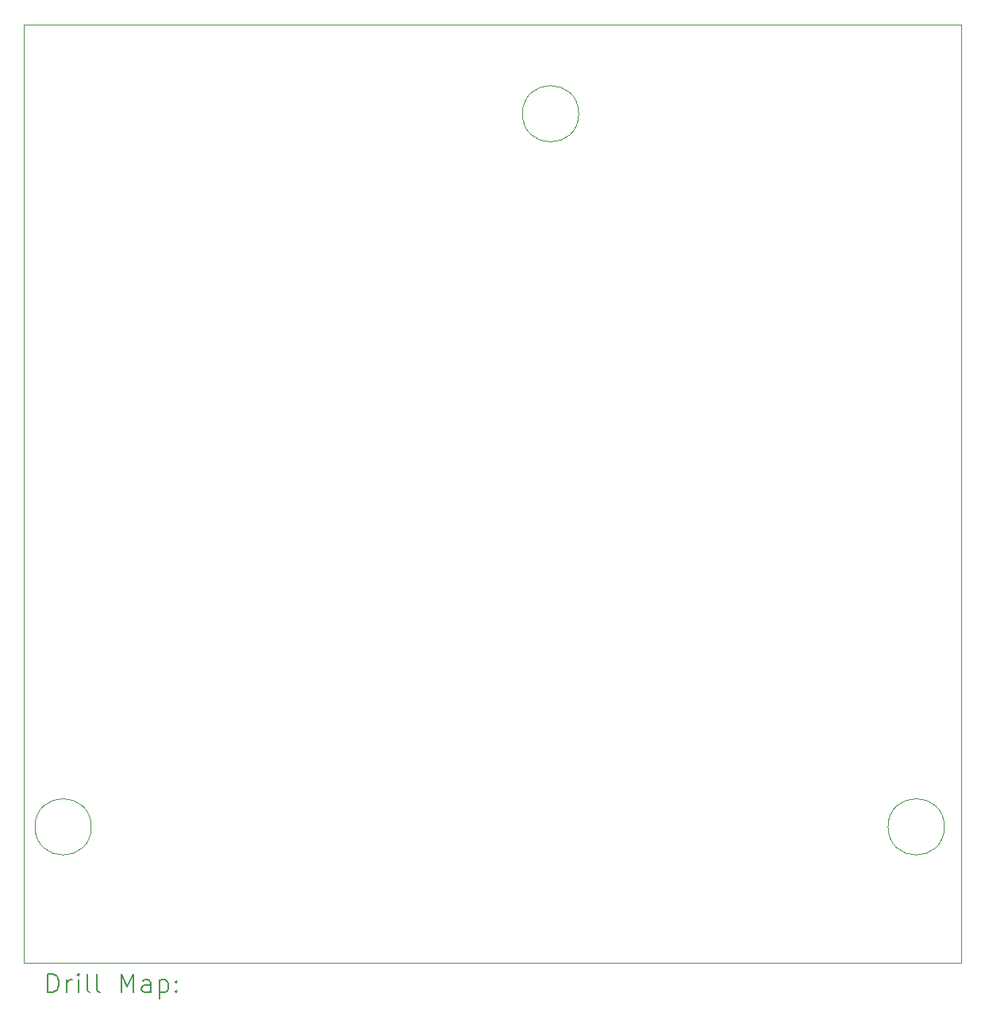
<source format=gbr>
%TF.GenerationSoftware,KiCad,Pcbnew,7.0.9-7.0.9~ubuntu22.04.1*%
%TF.CreationDate,2023-12-17T20:29:54+01:00*%
%TF.ProjectId,DC Load,4443204c-6f61-4642-9e6b-696361645f70,rev?*%
%TF.SameCoordinates,Original*%
%TF.FileFunction,Drillmap*%
%TF.FilePolarity,Positive*%
%FSLAX45Y45*%
G04 Gerber Fmt 4.5, Leading zero omitted, Abs format (unit mm)*
G04 Created by KiCad (PCBNEW 7.0.9-7.0.9~ubuntu22.04.1) date 2023-12-17 20:29:54*
%MOMM*%
%LPD*%
G01*
G04 APERTURE LIST*
%ADD10C,0.100000*%
%ADD11C,0.200000*%
G04 APERTURE END LIST*
D10*
X18200000Y-11600000D02*
G75*
G03*
X18200000Y-11600000I-300000J0D01*
G01*
X8382000Y-3048000D02*
X18382000Y-3048000D01*
X18382000Y-13048000D01*
X8382000Y-13048000D01*
X8382000Y-3048000D01*
X9100000Y-11600000D02*
G75*
G03*
X9100000Y-11600000I-300000J0D01*
G01*
X14300000Y-4000000D02*
G75*
G03*
X14300000Y-4000000I-300000J0D01*
G01*
D11*
X8637777Y-13364484D02*
X8637777Y-13164484D01*
X8637777Y-13164484D02*
X8685396Y-13164484D01*
X8685396Y-13164484D02*
X8713967Y-13174008D01*
X8713967Y-13174008D02*
X8733015Y-13193055D01*
X8733015Y-13193055D02*
X8742539Y-13212103D01*
X8742539Y-13212103D02*
X8752063Y-13250198D01*
X8752063Y-13250198D02*
X8752063Y-13278769D01*
X8752063Y-13278769D02*
X8742539Y-13316865D01*
X8742539Y-13316865D02*
X8733015Y-13335912D01*
X8733015Y-13335912D02*
X8713967Y-13354960D01*
X8713967Y-13354960D02*
X8685396Y-13364484D01*
X8685396Y-13364484D02*
X8637777Y-13364484D01*
X8837777Y-13364484D02*
X8837777Y-13231150D01*
X8837777Y-13269246D02*
X8847301Y-13250198D01*
X8847301Y-13250198D02*
X8856824Y-13240674D01*
X8856824Y-13240674D02*
X8875872Y-13231150D01*
X8875872Y-13231150D02*
X8894920Y-13231150D01*
X8961586Y-13364484D02*
X8961586Y-13231150D01*
X8961586Y-13164484D02*
X8952063Y-13174008D01*
X8952063Y-13174008D02*
X8961586Y-13183531D01*
X8961586Y-13183531D02*
X8971110Y-13174008D01*
X8971110Y-13174008D02*
X8961586Y-13164484D01*
X8961586Y-13164484D02*
X8961586Y-13183531D01*
X9085396Y-13364484D02*
X9066348Y-13354960D01*
X9066348Y-13354960D02*
X9056824Y-13335912D01*
X9056824Y-13335912D02*
X9056824Y-13164484D01*
X9190158Y-13364484D02*
X9171110Y-13354960D01*
X9171110Y-13354960D02*
X9161586Y-13335912D01*
X9161586Y-13335912D02*
X9161586Y-13164484D01*
X9418729Y-13364484D02*
X9418729Y-13164484D01*
X9418729Y-13164484D02*
X9485396Y-13307341D01*
X9485396Y-13307341D02*
X9552063Y-13164484D01*
X9552063Y-13164484D02*
X9552063Y-13364484D01*
X9733015Y-13364484D02*
X9733015Y-13259722D01*
X9733015Y-13259722D02*
X9723491Y-13240674D01*
X9723491Y-13240674D02*
X9704444Y-13231150D01*
X9704444Y-13231150D02*
X9666348Y-13231150D01*
X9666348Y-13231150D02*
X9647301Y-13240674D01*
X9733015Y-13354960D02*
X9713967Y-13364484D01*
X9713967Y-13364484D02*
X9666348Y-13364484D01*
X9666348Y-13364484D02*
X9647301Y-13354960D01*
X9647301Y-13354960D02*
X9637777Y-13335912D01*
X9637777Y-13335912D02*
X9637777Y-13316865D01*
X9637777Y-13316865D02*
X9647301Y-13297817D01*
X9647301Y-13297817D02*
X9666348Y-13288293D01*
X9666348Y-13288293D02*
X9713967Y-13288293D01*
X9713967Y-13288293D02*
X9733015Y-13278769D01*
X9828253Y-13231150D02*
X9828253Y-13431150D01*
X9828253Y-13240674D02*
X9847301Y-13231150D01*
X9847301Y-13231150D02*
X9885396Y-13231150D01*
X9885396Y-13231150D02*
X9904444Y-13240674D01*
X9904444Y-13240674D02*
X9913967Y-13250198D01*
X9913967Y-13250198D02*
X9923491Y-13269246D01*
X9923491Y-13269246D02*
X9923491Y-13326388D01*
X9923491Y-13326388D02*
X9913967Y-13345436D01*
X9913967Y-13345436D02*
X9904444Y-13354960D01*
X9904444Y-13354960D02*
X9885396Y-13364484D01*
X9885396Y-13364484D02*
X9847301Y-13364484D01*
X9847301Y-13364484D02*
X9828253Y-13354960D01*
X10009205Y-13345436D02*
X10018729Y-13354960D01*
X10018729Y-13354960D02*
X10009205Y-13364484D01*
X10009205Y-13364484D02*
X9999682Y-13354960D01*
X9999682Y-13354960D02*
X10009205Y-13345436D01*
X10009205Y-13345436D02*
X10009205Y-13364484D01*
X10009205Y-13240674D02*
X10018729Y-13250198D01*
X10018729Y-13250198D02*
X10009205Y-13259722D01*
X10009205Y-13259722D02*
X9999682Y-13250198D01*
X9999682Y-13250198D02*
X10009205Y-13240674D01*
X10009205Y-13240674D02*
X10009205Y-13259722D01*
M02*

</source>
